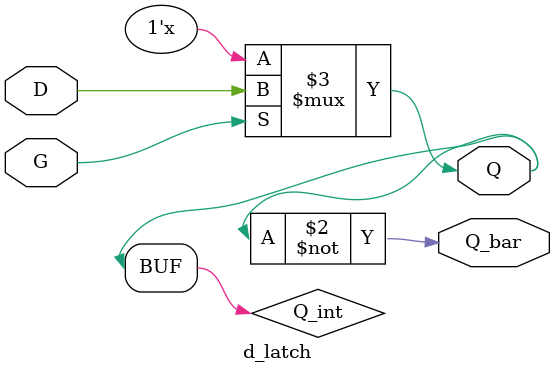
<source format=v>
module d_latch(G, D, Q, Q_bar);

	input G, D;
	output Q, Q_bar;

	reg Q_int;
	
	always @(*) begin
		if (G)
			Q_int <= D;
	end
	
	assign Q = Q_int;
	assign Q_bar = ~Q;

endmodule
</source>
